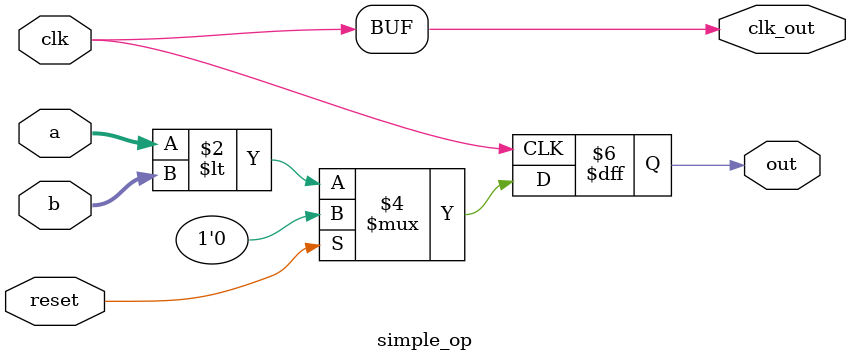
<source format=v>
module simple_op(
    clk,
    reset,
    a,
    b,    
    out,
    clk_out
    );

    input   clk;
    input   reset;
    input   [1:0] a,b;

    output  out;
    output  clk_out;

    assign clk_out = clk;

    always @(posedge clk)
    begin
        case(reset)
            1'b0:       out <= (a < b);
            default:    out <= 1'b0;
        endcase
    end
endmodule
</source>
